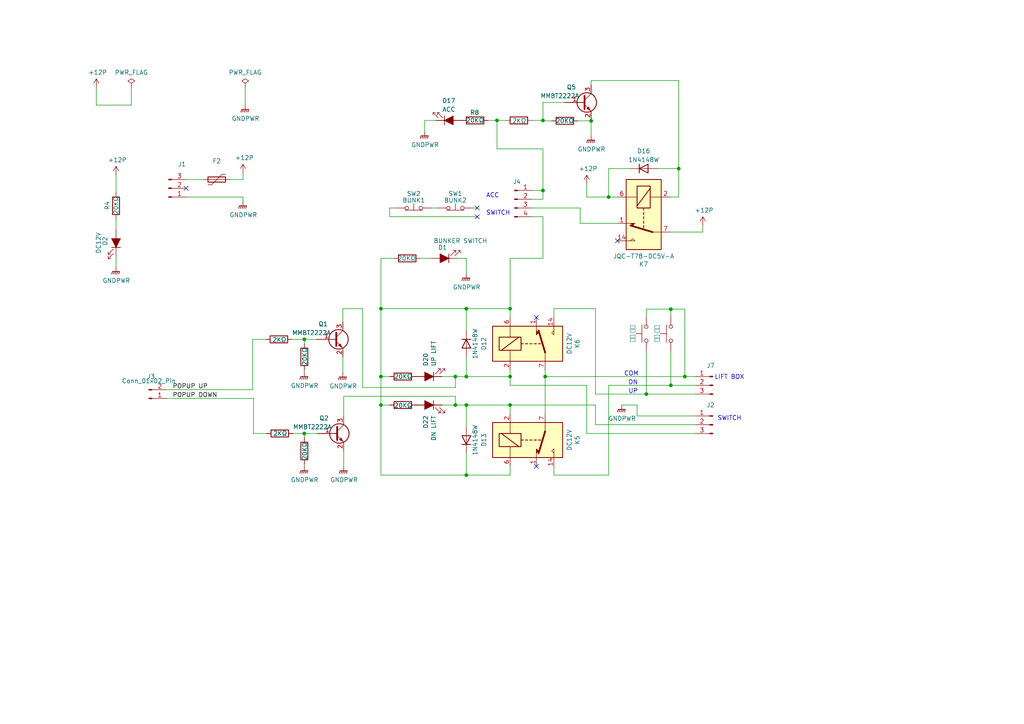
<source format=kicad_sch>
(kicad_sch (version 20231120) (generator "eeschema") (generator_version "8.0")
  (paper "A4")
  (title_block (title "Clean, Waste water Valve Circuit") (date "2021-11-29"))
  (lib_symbols
    (symbol "CamTrol-12Ch-Main-Board-rescue:FUZETEC-Server_Used-CamTrol-12Ch-Main-Board-rescue-CamTrol-12Ch-Main-Board-rescue-CamTrol-12Ch-Main-Board-rescue" (pin_numbers hide) (pin_names (offset 0))
      (property "Reference" "F" (at -2.54 0 90))
      (property "Value" "CamTrol-12Ch-Main-Board-rescue_FUZETEC-Server_Used-CamTrol-12Ch-Main-Board-rescue-CamTrol-12Ch-Main-Board-rescue-CamTrol-12Ch-Main-Board-rescue" (at 2.54 0 90))
      (symbol "FUZETEC-Server_Used-CamTrol-12Ch-Main-Board-rescue-CamTrol-12Ch-Main-Board-rescue-CamTrol-12Ch-Main-Board-rescue_0_1"
        (rectangle (start -0.762 2.54) (end 0.762 -2.54) (stroke (width 0.254)))
        (polyline (pts (xy 0 2.54) (xy 0 -2.54)))
        (polyline (pts (xy -1.524 2.54) (xy -1.524 1.524) (xy 1.524 -1.524) (xy 1.524 -2.54)))
      )
      (symbol "FUZETEC-Server_Used-CamTrol-12Ch-Main-Board-rescue-CamTrol-12Ch-Main-Board-rescue-CamTrol-12Ch-Main-Board-rescue_1_1"
        (pin passive line (at 0 3.81 270) (length 1.27) (name "~") (number "1"))
        (pin passive line (at 0 -3.81 90) (length 1.27) (name "~") (number "2"))
      )
    )
    (symbol "CamTrol-12Ch-Main-Board-rescue:R-Server_Used-CamTrol-12Ch-Main-Board-rescue-CamTrol-12Ch-Main-Board-rescue-CamTrol-12Ch-Main-Board-rescue-CamTrol-12Ch-Main-Board-rescue" (pin_numbers hide) (pin_names (offset 0))
      (property "Reference" "R" (at 2.032 -3.81 90))
      (property "Value" "R-Server_Used-CamTrol-12Ch-Main-Board-rescue-CamTrol-12Ch-Main-Board-rescue-CamTrol-12Ch-Main-Board-rescue-CamTrol-12Ch-Main-Board-rescue" (at 0 -3.81 90))
      (symbol "R-Server_Used-CamTrol-12Ch-Main-Board-rescue-CamTrol-12Ch-Main-Board-rescue-CamTrol-12Ch-Main-Board-rescue-CamTrol-12Ch-Main-Board-rescue_0_1"
        (rectangle (start -1.016 -6.35) (end 1.016 -1.27) (stroke (width 0.254)))
      )
      (symbol "R-Server_Used-CamTrol-12Ch-Main-Board-rescue-CamTrol-12Ch-Main-Board-rescue-CamTrol-12Ch-Main-Board-rescue-CamTrol-12Ch-Main-Board-rescue_1_1"
        (pin passive line (at 0 0 270) (length 1.27) (name "~") (number "1"))
        (pin passive line (at 0 -7.62 90) (length 1.27) (name "~") (number "2"))
      )
    )
    (symbol "CamTrol-12ChOne-Board-cache:Simulation_SPICE_DIODE" (pin_numbers hide) (pin_names (offset 1.016) hide)
      (property "Reference" "D" (at 0 2.54 0))
      (property "Value" "Simulation_SPICE_DIODE" (at 0 -2.54 0))
      (symbol "Simulation_SPICE_DIODE_0_1"
        (polyline (pts (xy 1.27 0) (xy -1.27 0)))
        (polyline (pts (xy 1.27 1.27) (xy 1.27 -1.27)) (stroke (width 0.254)))
        (polyline (pts (xy -1.27 -1.27) (xy -1.27 1.27) (xy 1.27 0) (xy -1.27 -1.27)) (stroke (width 0.254)))
      )
      (symbol "Simulation_SPICE_DIODE_1_1"
        (pin passive line (at -3.81 0 0) (length 2.54) (name "A") (number "1"))
        (pin passive line (at 3.81 0 180) (length 2.54) (name "K") (number "2"))
      )
    )
    (symbol "Connector:Conn_01x02_Pin" (pin_names (offset 1.016) hide)
      (property "Reference" "J" (at 0 2.54 0))
      (property "Value" "Conn_01x02_Pin" (at 0 -5.08 0))
      (symbol "Conn_01x02_Pin_1_1"
        (polyline (pts (xy 1.27 -2.54) (xy 0.8636 -2.54)) (stroke (width 0.1524)))
        (polyline (pts (xy 1.27 0) (xy 0.8636 0)) (stroke (width 0.1524)))
        (rectangle (start 0.8636 -2.413) (end 0 -2.667) (stroke (width 0.1524)) (fill (type outline)))
        (rectangle (start 0.8636 0.127) (end 0 -0.127) (stroke (width 0.1524)) (fill (type outline)))
        (pin passive line (at 5.08 0 180) (length 3.81) (name "Pin_1") (number "1"))
        (pin passive line (at 5.08 -2.54 180) (length 3.81) (name "Pin_2") (number "2"))
      )
    )
    (symbol "Connector:Conn_01x03_Male" (pin_names (offset 1.016) hide)
      (property "Reference" "J" (at 0 5.08 0))
      (property "Value" "Conn_01x03_Male" (at 0 -5.08 0))
      (symbol "Conn_01x03_Male_1_1"
        (polyline (pts (xy 1.27 -2.54) (xy 0.8636 -2.54)) (stroke (width 0.1524)))
        (polyline (pts (xy 1.27 0) (xy 0.8636 0)) (stroke (width 0.1524)))
        (polyline (pts (xy 1.27 2.54) (xy 0.8636 2.54)) (stroke (width 0.1524)))
        (rectangle (start 0.8636 -2.413) (end 0 -2.667) (stroke (width 0.1524)) (fill (type outline)))
        (rectangle (start 0.8636 0.127) (end 0 -0.127) (stroke (width 0.1524)) (fill (type outline)))
        (rectangle (start 0.8636 2.667) (end 0 2.413) (stroke (width 0.1524)) (fill (type outline)))
        (pin passive line (at 5.08 2.54 180) (length 3.81) (name "Pin_1") (number "1"))
        (pin passive line (at 5.08 0 180) (length 3.81) (name "Pin_2") (number "2"))
        (pin passive line (at 5.08 -2.54 180) (length 3.81) (name "Pin_3") (number "3"))
      )
    )
    (symbol "Connector:Conn_01x03_Pin" (pin_names (offset 1.016) hide)
      (property "Reference" "J" (at 0 5.08 0))
      (property "Value" "Conn_01x03_Pin" (at 0 -5.08 0))
      (symbol "Conn_01x03_Pin_1_1"
        (polyline (pts (xy 1.27 -2.54) (xy 0.8636 -2.54)) (stroke (width 0.1524)))
        (polyline (pts (xy 1.27 0) (xy 0.8636 0)) (stroke (width 0.1524)))
        (polyline (pts (xy 1.27 2.54) (xy 0.8636 2.54)) (stroke (width 0.1524)))
        (rectangle (start 0.8636 -2.413) (end 0 -2.667) (stroke (width 0.1524)) (fill (type outline)))
        (rectangle (start 0.8636 0.127) (end 0 -0.127) (stroke (width 0.1524)) (fill (type outline)))
        (rectangle (start 0.8636 2.667) (end 0 2.413) (stroke (width 0.1524)) (fill (type outline)))
        (pin passive line (at 5.08 2.54 180) (length 3.81) (name "Pin_1") (number "1"))
        (pin passive line (at 5.08 0 180) (length 3.81) (name "Pin_2") (number "2"))
        (pin passive line (at 5.08 -2.54 180) (length 3.81) (name "Pin_3") (number "3"))
      )
    )
    (symbol "Connector:Conn_01x04_Pin" (pin_names (offset 1.016) hide)
      (property "Reference" "J" (at 0 5.08 0))
      (property "Value" "Conn_01x04_Pin" (at 0 -7.62 0))
      (symbol "Conn_01x04_Pin_1_1"
        (polyline (pts (xy 1.27 -5.08) (xy 0.8636 -5.08)) (stroke (width 0.1524)))
        (polyline (pts (xy 1.27 -2.54) (xy 0.8636 -2.54)) (stroke (width 0.1524)))
        (polyline (pts (xy 1.27 0) (xy 0.8636 0)) (stroke (width 0.1524)))
        (polyline (pts (xy 1.27 2.54) (xy 0.8636 2.54)) (stroke (width 0.1524)))
        (rectangle (start 0.8636 -4.953) (end 0 -5.207) (stroke (width 0.1524)) (fill (type outline)))
        (rectangle (start 0.8636 -2.413) (end 0 -2.667) (stroke (width 0.1524)) (fill (type outline)))
        (rectangle (start 0.8636 0.127) (end 0 -0.127) (stroke (width 0.1524)) (fill (type outline)))
        (rectangle (start 0.8636 2.667) (end 0 2.413) (stroke (width 0.1524)) (fill (type outline)))
        (pin passive line (at 5.08 2.54 180) (length 3.81) (name "Pin_1") (number "1"))
        (pin passive line (at 5.08 0 180) (length 3.81) (name "Pin_2") (number "2"))
        (pin passive line (at 5.08 -2.54 180) (length 3.81) (name "Pin_3") (number "3"))
        (pin passive line (at 5.08 -5.08 180) (length 3.81) (name "Pin_4") (number "4"))
      )
    )
    (symbol "Server_Used:2SC1815_SMD" (pin_names (offset 0) hide)
      (property "Reference" "Q" (at 6.35 1.905 0))
      (property "Value" "Server_Used_2SC1815_SMD" (at 6.35 0 0))
      (symbol "2SC1815_SMD_0_1"
        (polyline (pts (xy 0.635 0.635) (xy 2.54 2.54)))
        (polyline (pts (xy 0.635 -0.635) (xy 2.54 -2.54) (xy 2.54 -2.54)))
        (polyline (pts (xy 0.635 1.905) (xy 0.635 -1.905) (xy 0.635 -1.905)) (stroke (width 0.508)))
        (polyline (pts (xy 1.27 -1.778) (xy 1.778 -1.27) (xy 2.286 -2.286) (xy 1.27 -1.778) (xy 1.27 -1.778)) (fill (type outline)))
        (circle (center 1.27 0) (radius 2.8194) (stroke (width 0.254)))
      )
      (symbol "2SC1815_SMD_1_1"
        (pin input line (at -5.08 0 0) (length 5.715) (name "B") (number "1"))
        (pin passive line (at 2.54 -5.08 90) (length 2.54) (name "E") (number "2"))
        (pin passive line (at 2.54 5.08 270) (length 2.54) (name "C") (number "3"))
      )
    )
    (symbol "Server_Used:JQC-T78-DC12V-C"
      (property "Reference" "K" (at 11.43 3.81 0))
      (property "Value" "JQC-T78-DC12V-C" (at 11.43 1.27 0))
      (symbol "JQC-T78-DC12V-C_0_0"
        (polyline (pts (xy 2.54 5.08) (xy 2.54 2.54) (xy 3.175 3.175) (xy 2.54 3.81)) (fill (type outline)))
        (polyline (pts (xy 7.62 5.08) (xy 7.62 2.54) (xy 6.985 3.175) (xy 7.62 3.81)))
      )
      (symbol "JQC-T78-DC12V-C_0_1"
        (rectangle (start -10.16 5.08) (end 10.16 -5.08) (stroke (width 0.254)) (fill (type background)))
        (rectangle (start -8.255 1.905) (end -1.905 -1.905) (stroke (width 0.254)))
        (polyline (pts (xy -7.62 -1.905) (xy -2.54 1.905)) (stroke (width 0.254)))
        (polyline (pts (xy -5.08 -5.08) (xy -5.08 -1.905)))
        (polyline (pts (xy -5.08 5.08) (xy -5.08 1.905)))
        (polyline (pts (xy -1.905 0) (xy -1.27 0)) (stroke (width 0.254)))
        (polyline (pts (xy -0.635 0) (xy 0 0)) (stroke (width 0.254)))
        (polyline (pts (xy 0.635 0) (xy 1.27 0)) (stroke (width 0.254)))
        (polyline (pts (xy 1.905 0) (xy 2.54 0)) (stroke (width 0.254)))
        (polyline (pts (xy 3.175 0) (xy 3.81 0)) (stroke (width 0.254)))
        (polyline (pts (xy 5.08 -2.54) (xy 3.175 3.81)) (stroke (width 0.508)))
        (polyline (pts (xy 5.08 -2.54) (xy 5.08 -5.08)))
      )
      (symbol "JQC-T78-DC12V-C_1_1"
        (pin passive line (at 2.54 7.62 270) (length 2.54) (name "~") (number "1"))
        (pin passive line (at 7.62 7.62 270) (length 2.54) (name "~") (number "14"))
        (pin passive line (at -5.08 -7.62 90) (length 2.54) (name "~") (number "2"))
        (pin passive line (at -5.08 7.62 270) (length 2.54) (name "~") (number "6"))
        (pin passive line (at 5.08 -7.62 90) (length 2.54) (name "~") (number "7"))
      )
    )
    (symbol "Server_Used:LED" (pin_numbers hide) (pin_names (offset 1.016) hide)
      (property "Reference" "D" (at 0 2.54 0))
      (property "Value" "LED" (at 0 -2.54 0))
      (symbol "LED_0_1"
        (polyline (pts (xy -1.27 -1.27) (xy -1.27 1.27)) (stroke (width 0.2032)))
        (polyline (pts (xy -1.27 0) (xy 1.27 0)))
        (polyline (pts (xy 1.27 -1.27) (xy 1.27 1.27) (xy -1.27 0) (xy 1.27 -1.27)) (stroke (width 0.2032)) (fill (type outline)))
        (polyline (pts (xy -3.048 -0.762) (xy -4.572 -2.286) (xy -3.81 -2.286) (xy -4.572 -2.286) (xy -4.572 -1.524)))
        (polyline (pts (xy -1.778 -0.762) (xy -3.302 -2.286) (xy -2.54 -2.286) (xy -3.302 -2.286) (xy -3.302 -1.524)))
      )
      (symbol "LED_1_1"
        (pin passive line (at -3.81 0 0) (length 2.54) (name "K") (number "1"))
        (pin passive line (at 3.81 0 180) (length 2.54) (name "A") (number "2"))
      )
    )
    (symbol "Server_Used:R" (pin_numbers hide) (pin_names (offset 0))
      (property "Reference" "R" (at 2.032 -3.81 90))
      (property "Value" "R" (at 0 -3.81 90))
      (symbol "R_0_1"
        (rectangle (start -1.016 -6.35) (end 1.016 -1.27) (stroke (width 0.254)))
      )
      (symbol "R_1_1"
        (pin passive line (at 0 0 270) (length 1.27) (name "~") (number "1"))
        (pin passive line (at 0 -7.62 90) (length 1.27) (name "~") (number "2"))
      )
    )
    (symbol "Switch:SW_Push" (pin_numbers hide) (pin_names (offset 1.016) hide)
      (property "Reference" "SW" (at 1.27 2.54 0))
      (property "Value" "SW_Push" (at 0 -1.524 0))
      (symbol "SW_Push_0_1"
        (circle (center -2.032 0) (radius 0.508))
        (polyline (pts (xy 0 1.27) (xy 0 3.048)))
        (polyline (pts (xy 2.54 1.27) (xy -2.54 1.27)))
        (circle (center 2.032 0) (radius 0.508))
        (pin passive line (at -5.08 0 0) (length 2.54) (name "1") (number "1"))
        (pin passive line (at 5.08 0 180) (length 2.54) (name "2") (number "2"))
      )
    )
    (symbol "Switch:SW_Push_Open" (pin_numbers hide) (pin_names (offset 1.016) hide)
      (property "Reference" "SW" (at 0 2.54 0))
      (property "Value" "SW_Push_Open" (at 0 -1.905 0))
      (symbol "SW_Push_Open_0_1"
        (circle (center -2.032 0) (radius 0.508))
        (polyline (pts (xy -2.54 -0.635) (xy 2.54 -0.635)))
        (polyline (pts (xy 0 -0.635) (xy 0 1.27)))
        (circle (center 2.032 0) (radius 0.508))
        (pin passive line (at -5.08 0 0) (length 2.54) (name "A") (number "1"))
      )
      (symbol "SW_Push_Open_1_1"
        (pin passive line (at 5.08 0 180) (length 2.54) (name "B") (number "2"))
      )
    )
    (symbol "power:+12P" (power) (pin_names (offset 0))
      (property "Value" "+12P" (at 0 3.556 0))
      (symbol "+12P_0_1"
        (polyline (pts (xy -0.762 1.27) (xy 0 2.54)))
        (polyline (pts (xy 0 0) (xy 0 2.54)))
        (polyline (pts (xy 0 2.54) (xy 0.762 1.27)))
      )
      (symbol "+12P_1_1"
        (pin power_in line (at 0 0 90) (length 0) hide (name "+12P") (number "1"))
      )
    )
    (symbol "power:GNDPWR" (power) (pin_names (offset 0))
      (property "Value" "GNDPWR" (at 0 -3.302 0))
      (symbol "GNDPWR_0_1"
        (polyline (pts (xy 0 -1.27) (xy 0 0)))
        (polyline (pts (xy -1.016 -1.27) (xy -1.27 -2.032) (xy -1.27 -2.032)) (stroke (width 0.2032)))
        (polyline (pts (xy -0.508 -1.27) (xy -0.762 -2.032) (xy -0.762 -2.032)) (stroke (width 0.2032)))
        (polyline (pts (xy 0 -1.27) (xy -0.254 -2.032) (xy -0.254 -2.032)) (stroke (width 0.2032)))
        (polyline (pts (xy 0.508 -1.27) (xy 0.254 -2.032) (xy 0.254 -2.032)) (stroke (width 0.2032)))
        (polyline (pts (xy 1.016 -1.27) (xy -1.016 -1.27) (xy -1.016 -1.27)) (stroke (width 0.2032)))
        (polyline (pts (xy 1.016 -1.27) (xy 0.762 -2.032) (xy 0.762 -2.032) (xy 0.762 -2.032)) (stroke (width 0.2032)))
      )
      (symbol "GNDPWR_1_1"
        (pin power_in line (at 0 0 270) (length 0) hide (name "GNDPWR") (number "1"))
      )
    )
    (symbol "power:PWR_FLAG" (power) (pin_numbers hide) (pin_names (offset 0) hide)
      (property "Value" "PWR_FLAG" (at 0 3.81 0))
      (symbol "PWR_FLAG_0_0"
        (pin power_out line (at 0 0 90) (length 0) (name "pwr") (number "1"))
      )
      (symbol "PWR_FLAG_0_1"
        (polyline (pts (xy 0 0) (xy 0 1.27) (xy -1.016 1.905) (xy 0 2.54) (xy 1.016 1.905) (xy 0 1.27)))
      )
    )
  )
  (junction (at 88.265 125.73))
  (junction (at 110.49 89.535))
  (junction (at 176.53 57.15))
  (junction (at 158.115 109.22))
  (junction (at 135.255 117.475))
  (junction (at 194.564 89.662))
  (junction (at 88.265 98.425))
  (junction (at 147.955 89.535))
  (junction (at 196.85 48.895))
  (junction (at 135.255 137.795))
  (junction (at 132.08 117.475))
  (junction (at 157.48 34.925))
  (junction (at 110.49 117.475))
  (junction (at 157.48 55.245))
  (junction (at 144.145 34.925))
  (junction (at 110.49 109.22))
  (junction (at 147.955 117.475))
  (junction (at 187.452 114.3))
  (junction (at 147.955 109.22))
  (junction (at 132.08 109.22))
  (junction (at 135.255 89.535))
  (junction (at 135.255 109.22))
  (junction (at 194.564 111.76))
  (junction (at 198.628 109.22))
  (junction (at 171.45 35.052))
  (no_connect (at 138.43 60.325))
  (no_connect (at 155.575 135.255))
  (no_connect (at 179.07 69.85))
  (no_connect (at 155.575 92.075))
  (no_connect (at 53.975 54.61))
  (no_connect (at 138.43 62.865))
  (wire (pts (xy 84.709 98.425) (xy 88.265 98.425)))
  (wire (pts (xy 194.564 89.662) (xy 198.628 89.662)))
  (wire (pts (xy 110.49 117.475) (xy 110.49 137.795)))
  (wire (pts (xy 172.72 123.19) (xy 172.72 117.475)))
  (wire (pts (xy 157.48 74.93) (xy 157.48 62.865)))
  (wire (pts (xy 135.255 109.22) (xy 147.955 109.22)))
  (wire (pts (xy 99.441 89.535) (xy 105.156 89.535)))
  (wire (pts (xy 132.08 117.475) (xy 135.255 117.475)))
  (wire (pts (xy 172.72 114.3) (xy 187.452 114.3)))
  (wire (pts (xy 135.255 103.505) (xy 135.255 109.22)))
  (wire (pts (xy 154.305 60.325) (xy 168.275 60.325)))
  (wire (pts (xy 135.255 117.475) (xy 135.255 123.825)))
  (wire (pts (xy 144.145 34.925) (xy 144.145 43.18)))
  (wire (pts (xy 157.48 35.052) (xy 160.02 35.052)))
  (wire (pts (xy 114.935 60.325) (xy 113.03 60.325)))
  (wire (pts (xy 160.655 135.255) (xy 160.655 137.795)))
  (wire (pts (xy 135.255 137.795) (xy 135.255 131.445)))
  (wire (pts (xy 187.452 101.854) (xy 187.452 114.3)))
  (wire (pts (xy 176.53 111.76) (xy 194.564 111.76)))
  (wire (pts (xy 27.94 30.48) (xy 38.1 30.48)))
  (wire (pts (xy 147.955 74.93) (xy 157.48 74.93)))
  (wire (pts (xy 71.12 25.4) (xy 71.12 30.48)))
  (wire (pts (xy 70.485 52.07) (xy 66.675 52.07)))
  (wire (pts (xy 176.53 137.795) (xy 176.53 111.76)))
  (wire (pts (xy 147.955 109.22) (xy 147.955 107.315)))
  (wire (pts (xy 132.08 112.395) (xy 105.156 112.395)))
  (wire (pts (xy 147.955 137.795) (xy 135.255 137.795)))
  (wire (pts (xy 160.655 137.795) (xy 176.53 137.795)))
  (wire (pts (xy 113.03 60.325) (xy 113.03 62.865)))
  (wire (pts (xy 194.564 101.854) (xy 194.564 111.76)))
  (wire (pts (xy 99.695 114.935) (xy 99.695 120.65)))
  (wire (pts (xy 203.835 67.31) (xy 194.31 67.31)))
  (wire (pts (xy 144.145 34.925) (xy 146.685 34.925)))
  (wire (pts (xy 137.16 60.325) (xy 138.43 60.325)))
  (wire (pts (xy 99.441 93.345) (xy 99.441 89.535)))
  (wire (pts (xy 33.655 77.47) (xy 33.655 74.295)))
  (wire (pts (xy 147.955 74.93) (xy 147.955 89.535)))
  (wire (pts (xy 88.265 107.95) (xy 88.265 107.315)))
  (wire (pts (xy 184.785 120.65) (xy 201.676 120.65)))
  (wire (pts (xy 147.955 92.075) (xy 147.955 89.535)))
  (wire (pts (xy 198.628 109.22) (xy 201.676 109.22)))
  (wire (pts (xy 194.564 111.76) (xy 201.676 111.76)))
  (wire (pts (xy 196.85 48.895) (xy 196.85 57.15)))
  (wire (pts (xy 196.85 23.368) (xy 196.85 48.895)))
  (wire (pts (xy 132.08 112.395) (xy 132.08 109.22)))
  (wire (pts (xy 168.275 64.77) (xy 179.07 64.77)))
  (wire (pts (xy 135.255 117.475) (xy 147.955 117.475)))
  (wire (pts (xy 110.49 109.22) (xy 110.49 89.535)))
  (wire (pts (xy 157.48 34.925) (xy 157.48 29.718)))
  (wire (pts (xy 171.45 35.052) (xy 167.64 35.052)))
  (wire (pts (xy 88.265 98.425) (xy 91.821 98.425)))
  (wire (pts (xy 123.19 38.1) (xy 123.19 34.925)))
  (wire (pts (xy 157.48 62.865) (xy 154.305 62.865)))
  (wire (pts (xy 48.26 115.57) (xy 73.533 115.57)))
  (wire (pts (xy 154.305 34.925) (xy 157.48 34.925)))
  (wire (pts (xy 84.963 125.73) (xy 88.265 125.73)))
  (wire (pts (xy 172.72 117.475) (xy 147.955 117.475)))
  (wire (pts (xy 88.265 98.425) (xy 88.265 99.695)))
  (wire (pts (xy 157.48 43.18) (xy 157.48 55.245)))
  (wire (pts (xy 201.676 125.73) (xy 170.18 125.73)))
  (wire (pts (xy 154.305 57.785) (xy 157.48 57.785)))
  (wire (pts (xy 201.676 123.19) (xy 172.72 123.19)))
  (wire (pts (xy 128.27 109.22) (xy 132.08 109.22)))
  (wire (pts (xy 70.485 50.165) (xy 70.485 52.07)))
  (wire (pts (xy 48.26 113.03) (xy 73.279 113.03)))
  (wire (pts (xy 171.45 24.638) (xy 171.45 23.368)))
  (wire (pts (xy 194.564 89.662) (xy 194.564 91.694)))
  (wire (pts (xy 113.03 62.865) (xy 138.43 62.865)))
  (wire (pts (xy 171.45 23.368) (xy 196.85 23.368)))
  (wire (pts (xy 135.255 79.375) (xy 135.255 74.93)))
  (wire (pts (xy 158.115 109.22) (xy 198.628 109.22)))
  (wire (pts (xy 147.955 111.76) (xy 147.955 109.22)))
  (wire (pts (xy 176.53 48.895) (xy 176.53 57.15)))
  (wire (pts (xy 147.955 135.255) (xy 147.955 137.795)))
  (wire (pts (xy 88.265 125.73) (xy 88.265 127)))
  (wire (pts (xy 157.48 29.718) (xy 163.83 29.718)))
  (wire (pts (xy 128.27 117.475) (xy 132.08 117.475)))
  (wire (pts (xy 172.72 89.535) (xy 172.72 114.3)))
  (wire (pts (xy 170.18 111.76) (xy 147.955 111.76)))
  (wire (pts (xy 203.835 65.405) (xy 203.835 67.31)))
  (wire (pts (xy 73.533 125.73) (xy 77.343 125.73)))
  (wire (pts (xy 171.45 35.052) (xy 171.45 39.37)))
  (wire (pts (xy 105.156 112.395) (xy 105.156 89.535)))
  (wire (pts (xy 110.49 137.795) (xy 135.255 137.795)))
  (wire (pts (xy 157.48 55.245) (xy 157.48 57.785)))
  (wire (pts (xy 73.279 98.425) (xy 77.089 98.425)))
  (wire (pts (xy 110.49 74.93) (xy 110.49 89.535)))
  (wire (pts (xy 59.055 52.07) (xy 53.975 52.07)))
  (wire (pts (xy 132.08 114.935) (xy 132.08 117.475)))
  (wire (pts (xy 180.34 117.475) (xy 184.785 117.475)))
  (wire (pts (xy 125.095 60.325) (xy 127 60.325)))
  (wire (pts (xy 73.533 115.57) (xy 73.533 125.73)))
  (wire (pts (xy 33.655 63.5) (xy 33.655 66.675)))
  (wire (pts (xy 171.45 34.798) (xy 171.45 35.052)))
  (wire (pts (xy 168.275 60.325) (xy 168.275 64.77)))
  (wire (pts (xy 135.255 74.93) (xy 132.715 74.93)))
  (wire (pts (xy 170.18 53.34) (xy 170.18 57.15)))
  (wire (pts (xy 141.605 34.925) (xy 144.145 34.925)))
  (wire (pts (xy 99.695 130.81) (xy 99.695 135.255)))
  (wire (pts (xy 198.628 89.662) (xy 198.628 109.22)))
  (wire (pts (xy 187.452 91.694) (xy 187.452 89.662)))
  (wire (pts (xy 88.265 125.73) (xy 92.075 125.73)))
  (wire (pts (xy 158.115 107.315) (xy 158.115 109.22)))
  (wire (pts (xy 176.53 57.15) (xy 179.07 57.15)))
  (wire (pts (xy 170.18 57.15) (xy 176.53 57.15)))
  (wire (pts (xy 27.94 25.4) (xy 27.94 30.48)))
  (wire (pts (xy 187.452 89.662) (xy 194.564 89.662)))
  (wire (pts (xy 88.265 135.255) (xy 88.265 134.62)))
  (wire (pts (xy 33.655 50.8) (xy 33.655 55.88)))
  (wire (pts (xy 194.31 57.15) (xy 196.85 57.15)))
  (wire (pts (xy 190.5 48.895) (xy 196.85 48.895)))
  (wire (pts (xy 160.655 89.535) (xy 172.72 89.535)))
  (wire (pts (xy 187.452 114.3) (xy 201.676 114.3)))
  (wire (pts (xy 121.92 74.93) (xy 125.095 74.93)))
  (wire (pts (xy 114.3 74.93) (xy 110.49 74.93)))
  (wire (pts (xy 158.115 109.22) (xy 158.115 120.015)))
  (wire (pts (xy 73.279 113.03) (xy 73.279 98.425)))
  (wire (pts (xy 99.695 114.935) (xy 132.08 114.935)))
  (wire (pts (xy 110.49 89.535) (xy 135.255 89.535)))
  (wire (pts (xy 99.441 103.505) (xy 99.441 108.077)))
  (wire (pts (xy 123.19 34.925) (xy 126.365 34.925)))
  (wire (pts (xy 182.88 48.895) (xy 176.53 48.895)))
  (wire (pts (xy 70.485 57.15) (xy 70.485 58.42)))
  (wire (pts (xy 147.955 117.475) (xy 147.955 120.015)))
  (wire (pts (xy 157.48 35.052) (xy 157.48 34.925)))
  (wire (pts (xy 38.1 30.48) (xy 38.1 25.4)))
  (wire (pts (xy 113.03 109.22) (xy 110.49 109.22)))
  (wire (pts (xy 135.255 89.535) (xy 135.255 95.885)))
  (wire (pts (xy 160.655 92.075) (xy 160.655 89.535)))
  (wire (pts (xy 53.975 57.15) (xy 70.485 57.15)))
  (wire (pts (xy 132.08 109.22) (xy 135.255 109.22)))
  (wire (pts (xy 135.255 89.535) (xy 147.955 89.535)))
  (wire (pts (xy 144.145 43.18) (xy 157.48 43.18)))
  (wire (pts (xy 110.49 117.475) (xy 113.03 117.475)))
  (wire (pts (xy 170.18 125.73) (xy 170.18 111.76)))
  (wire (pts (xy 184.785 117.475) (xy 184.785 120.65)))
  (wire (pts (xy 154.305 55.245) (xy 157.48 55.245)))
  (wire (pts (xy 110.49 109.22) (xy 110.49 117.475)))
  (text "UP" (at 182.245 114.3 0) (effects (font (size 1.27 1.27)) (justify left bottom)))
  (text "SWITCH" (at 140.97 62.611 0) (effects (font (size 1.27 1.27)) (justify left bottom)))
  (text "COM" (at 180.975 109.22 0) (effects (font (size 1.27 1.27)) (justify left bottom)))
  (text "LIFT BOX" (at 211.582 109.474 0) (effects (font (size 1.27 1.27))))
  (text "SWITCH" (at 211.582 121.412 0) (effects (font (size 1.27 1.27))))
  (text "ACC" (at 140.97 57.531 0) (effects (font (size 1.27 1.27)) (justify left bottom)))
  (text "DN" (at 182.245 111.76 0) (effects (font (size 1.27 1.27)) (justify left bottom)))
  (label "POPUP UP" (at 50.038 113.03 0))
  (label "POPUP DOWN" (at 50.038 115.57 0))
  (symbol (lib_id "Server_Used:2SC1815_SMD") (at 96.901 98.425 0) (unit 1)
    (property "Reference" "Q1" (at 92.329 93.98 0) (effects (justify left)))
    (property "Value" "MMBT2222A" (at 84.709 96.52 0) (effects (justify left)))
    (property "Footprint" "Server.pretty:SOT-23" (effects (hide yes)))
  )
  (symbol (lib_id "Server_Used:LED") (at 33.655 70.485 270) (mirror x) (unit 1)
    (property "Reference" "D2" (at 30.48 68.58 0) (effects (justify right)))
    (property "Value" "DC12V" (at 28.575 67.31 0) (effects (justify right)))
    (property "Footprint" "Server.pretty:LED_0805" (effects (hide yes)))
    (property "Datasheet" "http://www.devicemart.co.kr/goods/view?no=30195" (effects (hide yes)))
  )
  (symbol (lib_id "Server_Used:JQC-T78-DC12V-C") (at 153.035 99.695 0) (unit 1)
    (property "Reference" "K6" (at 167.4368 99.695 90))
    (property "Value" "DC12V" (at 165.1254 99.695 90))
    (property "Footprint" "Server.pretty:JQC-T78-DC12V-C" (effects (hide yes)))
    (property "Datasheet" "https://www.openidea.co.kr/goods/goods_view.php?goodsNo=1000010196" (effects (hide yes)))
    (property "Price" "430" (effects (hide yes)))
  )
  (symbol (lib_id "power:GNDPWR") (at 99.695 135.255 0) (unit 1)
    (property "Reference" "#PWR05" (effects (hide yes)))
    (property "Value" "GNDPWR" (at 99.7966 139.1666 0))
  )
  (symbol (lib_id "Server_Used:2SC1815_SMD") (at 97.155 125.73 0) (unit 1)
    (property "Reference" "Q2" (at 92.583 121.285 0) (effects (justify left)))
    (property "Value" "MMBT2222A" (at 84.963 123.825 0) (effects (justify left)))
    (property "Footprint" "Server.pretty:SOT-23" (effects (hide yes)))
  )
  (symbol (lib_id "power:GNDPWR") (at 135.255 79.375 0) (unit 1)
    (property "Reference" "#PWR01" (effects (hide yes)))
    (property "Value" "GNDPWR" (at 135.3566 83.2866 0))
  )
  (symbol (lib_id "power:GNDPWR") (at 123.19 38.1 0) (unit 1)
    (property "Reference" "#PWR08" (effects (hide yes)))
    (property "Value" "GNDPWR" (at 123.2916 42.0116 0))
  )
  (symbol (lib_id "Server_Used:R") (at 113.03 117.475 90) (mirror x) (unit 1)
    (property "Reference" "R12" (effects (hide yes)))
    (property "Value" "20KΩ" (at 119.634 117.602 90) (effects (justify left)))
    (property "Footprint" "Server.pretty:R_0805_HandSoldering" (effects (hide yes)))
    (property "Datasheet" "https://www.partsworld.co.kr/goods/goods_view.php?goodsNo=1000000637" (effects (hide yes)))
  )
  (symbol (lib_id "power:GNDPWR") (at 71.12 30.48 0) (unit 1)
    (property "Reference" "#PWR017" (effects (hide yes)))
    (property "Value" "GNDPWR" (at 71.2216 34.3916 0))
  )
  (symbol (lib_id "Server_Used:LED") (at 130.175 34.925 0) (mirror x) (unit 1)
    (property "Reference" "D17" (at 130.175 29.21 0))
    (property "Value" "ACC" (at 130.175 31.75 0))
    (property "Footprint" "Server.pretty:LED_0805" (effects (hide yes)))
    (property "Datasheet" "http://www.devicemart.co.kr/goods/view?no=30195" (effects (hide yes)))
  )
  (symbol (lib_id "Switch:SW_Push_Open") (at 132.08 60.325 0) (unit 1) (exclude_from_sim yes) (in_bom no) (on_board no)
    (property "Reference" "SW1" (at 132.08 56.1721 0))
    (property "Value" "BUNK2" (at 132.08 58.0931 0))
  )
  (symbol (lib_id "CamTrol-12ChOne-Board-cache:Simulation_SPICE_DIODE") (at 135.255 99.695 90) (unit 1)
    (property "Reference" "D12" (at 140.335 99.695 0))
    (property "Value" "1N4148W" (at 137.795 99.695 0))
    (property "Footprint" "Server.pretty:D_SOD-123" (effects (hide yes)))
    (property "Datasheet" "https://www.partsworld.co.kr/goods/goods_view.php?goodsNo=1000012566" (effects (hide yes)))
    (property "Package" "DO-214AC(SMA)" (effects (hide yes)))
    (property "Sim.Device" "SPICE" (effects (hide yes)))
    (property "Sim.Params" "type=\"D\" model=\"M7\" lib=\"\"" (effects (hide yes)))
    (property "Sim.Pins" "1=1 2=2" (effects (hide yes)))
  )
  (symbol (lib_id "Server_Used:R") (at 33.655 55.88 0) (mirror y) (unit 1)
    (property "Reference" "R4" (at 31.115 60.96 90) (effects (justify left)))
    (property "Value" "20KΩ" (at 33.655 62.23 90) (effects (justify left)))
    (property "Footprint" "Server.pretty:R_0805_HandSoldering" (effects (hide yes)))
    (property "Datasheet" "https://www.partsworld.co.kr/goods/goods_view.php?goodsNo=1000000637" (effects (hide yes)))
  )
  (symbol (lib_id "power:GNDPWR") (at 180.34 117.475 0) (unit 1)
    (property "Reference" "#PWR014" (effects (hide yes)))
    (property "Value" "GNDPWR" (at 180.4416 121.3866 0))
  )
  (symbol (lib_id "Switch:SW_Push") (at 187.452 96.774 90) (unit 1)
    (property "Reference" "SW3" (effects (hide yes)))
    (property "Value" "강제 상승" (at 183.4421 96.774 0))
    (property "Footprint" "Server:SMD-SW_6x6x5mm" (effects (hide yes)))
    (property "Datasheet" "https://ko.aliexpress.com/item/1005001629175919.html?spm=a2g0o.productlist.main.11.5e724c28lXbOYL&algo_pvid=f0595e6e-2810-4e0b-8806-369804a5228c&algo_exp_id=f0595e6e-2810-4e0b-8806-369804a5228c-5&pdp_npi=4%40dis%21KRW%212761%211374.0%21%21%212.05%21%21%402101c59517020762702623391e2bb4%2112000026886281234%21sea%21KR%212278664531%21AB&curPageLogUid=r6hnWocM2BSy" (effects (hide yes)))
  )
  (symbol (lib_id "power:GNDPWR") (at 88.265 135.255 0) (unit 1)
    (property "Reference" "#PWR011" (effects (hide yes)))
    (property "Value" "GNDPWR" (at 88.3666 139.1666 0))
  )
  (symbol (lib_id "Server_Used:LED") (at 128.905 74.93 180) (unit 1)
    (property "Reference" "D1" (at 127 71.755 0) (effects (justify right)))
    (property "Value" "BUNKER SWITCH" (at 125.73 69.85 0) (effects (justify right)))
    (property "Footprint" "Server.pretty:LED_0805" (effects (hide yes)))
    (property "Datasheet" "http://www.devicemart.co.kr/goods/view?no=30195" (effects (hide yes)))
  )
  (symbol (lib_id "Server_Used:R") (at 114.3 74.93 90) (unit 1)
    (property "Reference" "R1" (effects (hide yes)))
    (property "Value" "20KΩ" (at 120.65 74.93 90) (effects (justify left)))
    (property "Footprint" "Server.pretty:R_0805_HandSoldering" (effects (hide yes)))
    (property "Datasheet" "https://www.partsworld.co.kr/goods/goods_view.php?goodsNo=1000000637" (effects (hide yes)))
  )
  (symbol (lib_id "CamTrol-12ChOne-Board-cache:Simulation_SPICE_DIODE") (at 186.69 48.895 180) (unit 1)
    (property "Reference" "D16" (at 186.69 43.815 0))
    (property "Value" "1N4148W" (at 186.69 46.355 0))
    (property "Footprint" "Server.pretty:D_SOD-123" (effects (hide yes)))
    (property "Datasheet" "https://www.partsworld.co.kr/goods/goods_view.php?goodsNo=1000012566" (effects (hide yes)))
    (property "Package" "DO-214AC(SMA)" (effects (hide yes)))
    (property "Sim.Device" "SPICE" (effects (hide yes)))
    (property "Sim.Params" "type=\"D\" model=\"M7\" lib=\"\"" (effects (hide yes)))
    (property "Sim.Pins" "1=1 2=2" (effects (hide yes)))
  )
  (symbol (lib_id "power:+12P") (at 33.655 50.8 0) (unit 1)
    (property "Reference" "#PWR07" (effects (hide yes)))
    (property "Value" "+12P" (at 34.036 46.4058 0))
  )
  (symbol (lib_id "power:+12P") (at 27.94 25.4 0) (unit 1)
    (property "Reference" "#PWR016" (effects (hide yes)))
    (property "Value" "+12P" (at 28.321 21.0058 0))
  )
  (symbol (lib_id "Server_Used:JQC-T78-DC12V-C") (at 186.69 62.23 90) (mirror x) (unit 1)
    (property "Reference" "K7" (at 186.69 76.6318 90))
    (property "Value" "JQC-T78-DC5V-A" (at 186.69 74.3204 90))
    (property "Footprint" "Server.pretty:JQC-T78-DC12V-C" (effects (hide yes)))
    (property "Datasheet" "https://www.openidea.co.kr/goods/goods_view.php?goodsNo=1000010196" (effects (hide yes)))
    (property "Price" "430" (effects (hide yes)))
  )
  (symbol (lib_id "power:GNDPWR") (at 171.45 39.37 0) (unit 1)
    (property "Reference" "#PWR010" (effects (hide yes)))
    (property "Value" "GNDPWR" (at 171.5516 43.2816 0))
  )
  (symbol (lib_id "power:+12P") (at 170.18 53.34 0) (unit 1)
    (property "Reference" "#PWR012" (effects (hide yes)))
    (property "Value" "+12P" (at 170.561 48.9458 0))
  )
  (symbol (lib_id "Connector:Conn_01x03_Male") (at 206.756 111.76 0) (mirror y) (unit 1)
    (property "Reference" "J7" (at 206.121 106.045 0))
    (property "Value" "Conn_01x03_Male" (effects (hide yes)))
    (property "Footprint" "Server.pretty:PhoenixContact_MCV_1,5_3-G-3.81_1x03_P3.81mm_Vertical" (effects (hide yes)))
    (property "Manufacture" "DEVICEMART" (effects (hide yes)))
    (property "Price" "60" (effects (hide yes)))
  )
  (symbol (lib_id "power:+12P") (at 203.835 65.405 0) (unit 1)
    (property "Reference" "#PWR023" (effects (hide yes)))
    (property "Value" "+12P" (at 204.216 61.0108 0))
  )
  (symbol (lib_id "power:GNDPWR") (at 88.265 107.95 0) (unit 1)
    (property "Reference" "#PWR09" (effects (hide yes)))
    (property "Value" "GNDPWR" (at 88.3666 111.8616 0))
  )
  (symbol (lib_id "power:PWR_FLAG") (at 71.12 25.4 0) (unit 1)
    (property "Reference" "#FLG02" (effects (hide yes)))
    (property "Value" "PWR_FLAG" (at 71.12 21.0058 0))
  )
  (symbol (lib_id "CamTrol-12Ch-Main-Board-rescue:FUZETEC-Server_Used-CamTrol-12Ch-Main-Board-rescue-CamTrol-12Ch-Main-Board-rescue-CamTrol-12Ch-Main-Board-rescue") (at 62.865 52.07 90) (unit 1)
    (property "Reference" "F2" (at 62.865 46.7065 90))
    (property "Value" "FRG500-16F" (effects (hide yes)))
    (property "Footprint" "Server.pretty:FUSE-PIN-Holder-Mini" (effects (hide yes)))
    (property "Datasheet" "http://www.intopion.com/goods/view?no=3828767" (effects (hide yes)))
    (property "Price" "770" (effects (hide yes)))
    (property "Manufacture" "인투피온" (effects (hide yes)))
  )
  (symbol (lib_id "CamTrol-12Ch-Main-Board-rescue:R-Server_Used-CamTrol-12Ch-Main-Board-rescue-CamTrol-12Ch-Main-Board-rescue-CamTrol-12Ch-Main-Board-rescue-CamTrol-12Ch-Main-Board-rescue") (at 88.265 107.315 180) (unit 1)
    (property "Reference" "R7" (effects (hide yes)))
    (property "Value" "20KΩ" (at 88.392 103.378 90))
    (property "Footprint" "Server.pretty:R_0805_HandSoldering" (effects (hide yes)))
    (property "Datasheet" "https://www.partsworld.co.kr/goods/goods_view.php?goodsNo=1000000614" (effects (hide yes)))
    (property "Price" "20" (effects (hide yes)))
    (property "Manufacture" "부품세상" (effects (hide yes)))
    (property "Package" "2012(0805)" (effects (hide yes)))
  )
  (symbol (lib_id "Server_Used:LED") (at 124.46 117.475 0) (mirror y) (unit 1)
    (property "Reference" "D22" (at 123.4694 120.4468 90) (effects (justify right)))
    (property "Value" "DN LIFT" (at 125.7808 120.4468 90) (effects (justify right)))
    (property "Footprint" "Server.pretty:LED_0805" (effects (hide yes)))
    (property "Datasheet" "http://www.devicemart.co.kr/goods/view?no=30195" (effects (hide yes)))
  )
  (symbol (lib_id "Connector:Conn_01x03_Pin") (at 48.895 54.61 0) (mirror x) (unit 1)
    (property "Reference" "J1" (at 53.975 47.625 0) (effects (justify right)))
    (property "Value" "Conn_01x03_Pin" (effects (hide yes)))
    (property "Footprint" "Server.pretty:PhoenixContact_MSTBVA_2,5_3-G-5,08_1x03_P5.08mm_Vertical_NEW" (effects (hide yes)))
    (property "Manufacture" "DEVICEMART" (effects (hide yes)))
    (property "Price" "160" (effects (hide yes)))
  )
  (symbol (lib_id "Server_Used:LED") (at 124.46 109.22 180) (unit 1)
    (property "Reference" "D20" (at 123.4694 106.2482 90) (effects (justify right)))
    (property "Value" "UP LIFT" (at 125.7808 106.2482 90) (effects (justify right)))
    (property "Footprint" "Server.pretty:LED_0805" (effects (hide yes)))
    (property "Datasheet" "http://www.devicemart.co.kr/goods/view?no=30195" (effects (hide yes)))
  )
  (symbol (lib_id "CamTrol-12Ch-Main-Board-rescue:R-Server_Used-CamTrol-12Ch-Main-Board-rescue-CamTrol-12Ch-Main-Board-rescue-CamTrol-12Ch-Main-Board-rescue-CamTrol-12Ch-Main-Board-rescue") (at 154.305 34.925 270) (mirror x) (unit 1)
    (property "Reference" "R14" (effects (hide yes)))
    (property "Value" "2KΩ" (at 150.622 35.052 90))
    (property "Footprint" "Server.pretty:R_0805_HandSoldering" (effects (hide yes)))
    (property "Datasheet" "https://www.partsworld.co.kr/goods/goods_view.php?goodsNo=1000000614" (effects (hide yes)))
    (property "Price" "20" (effects (hide yes)))
    (property "Manufacture" "부품세상" (effects (hide yes)))
    (property "Package" "2012(0805)" (effects (hide yes)))
  )
  (symbol (lib_id "CamTrol-12ChOne-Board-cache:Simulation_SPICE_DIODE") (at 135.255 127.635 90) (mirror x) (unit 1)
    (property "Reference" "D13" (at 140.335 127.635 0))
    (property "Value" "1N4148W" (at 137.795 127.635 0))
    (property "Footprint" "Server.pretty:D_SOD-123" (effects (hide yes)))
    (property "Datasheet" "https://www.partsworld.co.kr/goods/goods_view.php?goodsNo=1000012566" (effects (hide yes)))
    (property "Package" "DO-214AC(SMA)" (effects (hide yes)))
    (property "Sim.Device" "SPICE" (effects (hide yes)))
    (property "Sim.Params" "type=\"D\" model=\"M7\" lib=\"\"" (effects (hide yes)))
    (property "Sim.Pins" "1=1 2=2" (effects (hide yes)))
  )
  (symbol (lib_id "power:+12P") (at 70.485 50.165 0) (unit 1)
    (property "Reference" "#PWR022" (effects (hide yes)))
    (property "Value" "+12P" (at 70.866 45.7708 0))
  )
  (symbol (lib_id "CamTrol-12Ch-Main-Board-rescue:R-Server_Used-CamTrol-12Ch-Main-Board-rescue-CamTrol-12Ch-Main-Board-rescue-CamTrol-12Ch-Main-Board-rescue-CamTrol-12Ch-Main-Board-rescue") (at 88.265 134.62 180) (unit 1)
    (property "Reference" "R10" (effects (hide yes)))
    (property "Value" "20KΩ" (at 88.392 130.81 90))
    (property "Footprint" "Server.pretty:R_0805_HandSoldering" (effects (hide yes)))
    (property "Datasheet" "https://www.partsworld.co.kr/goods/goods_view.php?goodsNo=1000000614" (effects (hide yes)))
    (property "Price" "20" (effects (hide yes)))
    (property "Manufacture" "부품세상" (effects (hide yes)))
    (property "Package" "2012(0805)" (effects (hide yes)))
  )
  (symbol (lib_id "Switch:SW_Push") (at 194.564 96.774 90) (unit 1)
    (property "Reference" "SW4" (effects (hide yes)))
    (property "Value" "강제 하강" (at 190.5541 96.774 0))
    (property "Footprint" "Server:SMD-SW_6x6x5mm" (effects (hide yes)))
    (property "Datasheet" "https://ko.aliexpress.com/item/1005001629175919.html?spm=a2g0o.productlist.main.11.5e724c28lXbOYL&algo_pvid=f0595e6e-2810-4e0b-8806-369804a5228c&algo_exp_id=f0595e6e-2810-4e0b-8806-369804a5228c-5&pdp_npi=4%40dis%21KRW%212761%211374.0%21%21%212.05%21%21%402101c59517020762702623391e2bb4%2112000026886281234%21sea%21KR%212278664531%21AB&curPageLogUid=r6hnWocM2BSy" (effects (hide yes)))
  )
  (symbol (lib_id "Server_Used:R") (at 113.03 109.22 90) (unit 1)
    (property "Reference" "R9" (effects (hide yes)))
    (property "Value" "20KΩ" (at 119.634 109.22 90) (effects (justify left)))
    (property "Footprint" "Server.pretty:R_0805_HandSoldering" (effects (hide yes)))
    (property "Datasheet" "https://www.partsworld.co.kr/goods/goods_view.php?goodsNo=1000000637" (effects (hide yes)))
  )
  (symbol (lib_id "CamTrol-12Ch-Main-Board-rescue:R-Server_Used-CamTrol-12Ch-Main-Board-rescue-CamTrol-12Ch-Main-Board-rescue-CamTrol-12Ch-Main-Board-rescue-CamTrol-12Ch-Main-Board-rescue") (at 160.02 35.052 90) (mirror x) (unit 1)
    (property "Reference" "R13" (effects (hide yes)))
    (property "Value" "20KΩ" (at 163.83 35.052 90))
    (property "Footprint" "Server.pretty:R_0805_HandSoldering" (effects (hide yes)))
    (property "Datasheet" "https://www.partsworld.co.kr/goods/goods_view.php?goodsNo=1000000637" (effects (hide yes)))
    (property "Price" "20" (effects (hide yes)))
    (property "Manufacture" "부품세상" (effects (hide yes)))
    (property "Package" "2012(0805)" (effects (hide yes)))
  )
  (symbol (lib_id "CamTrol-12Ch-Main-Board-rescue:R-Server_Used-CamTrol-12Ch-Main-Board-rescue-CamTrol-12Ch-Main-Board-rescue-CamTrol-12Ch-Main-Board-rescue-CamTrol-12Ch-Main-Board-rescue") (at 84.963 125.73 270) (mirror x) (unit 1)
    (property "Reference" "R3" (effects (hide yes)))
    (property "Value" "2KΩ" (at 81.28 125.73 90))
    (property "Footprint" "Server.pretty:R_0805_HandSoldering" (effects (hide yes)))
    (property "Datasheet" "https://www.partsworld.co.kr/goods/goods_view.php?goodsNo=1000000614" (effects (hide yes)))
    (property "Price" "20" (effects (hide yes)))
    (property "Manufacture" "부품세상" (effects (hide yes)))
    (property "Package" "2012(0805)" (effects (hide yes)))
  )
  (symbol (lib_id "Server_Used:JQC-T78-DC12V-C") (at 153.035 127.635 0) (mirror x) (unit 1)
    (property "Reference" "K5" (at 167.4368 127.635 90))
    (property "Value" "DC12V" (at 165.1254 127.635 90))
    (property "Footprint" "Server.pretty:JQC-T78-DC12V-C" (effects (hide yes)))
    (property "Datasheet" "https://www.openidea.co.kr/goods/goods_view.php?goodsNo=1000010196" (effects (hide yes)))
    (property "Price" "430" (effects (hide yes)))
  )
  (symbol (lib_id "Switch:SW_Push_Open") (at 120.015 60.325 0) (unit 1) (exclude_from_sim yes) (in_bom no) (on_board no)
    (property "Reference" "SW2" (at 120.015 56.1721 0))
    (property "Value" "BUNK1" (at 120.015 58.0931 0))
  )
  (symbol (lib_id "power:GNDPWR") (at 99.441 108.077 0) (unit 1)
    (property "Reference" "#PWR04" (effects (hide yes)))
    (property "Value" "GNDPWR" (at 99.5426 111.9886 0))
  )
  (symbol (lib_id "power:PWR_FLAG") (at 38.1 25.4 0) (unit 1)
    (property "Reference" "#FLG01" (effects (hide yes)))
    (property "Value" "PWR_FLAG" (at 38.1 21.0058 0))
  )
  (symbol (lib_id "power:GNDPWR") (at 33.655 77.47 0) (unit 1)
    (property "Reference" "#PWR06" (effects (hide yes)))
    (property "Value" "GNDPWR" (at 33.7566 81.3816 0))
  )
  (symbol (lib_id "CamTrol-12Ch-Main-Board-rescue:R-Server_Used-CamTrol-12Ch-Main-Board-rescue-CamTrol-12Ch-Main-Board-rescue-CamTrol-12Ch-Main-Board-rescue-CamTrol-12Ch-Main-Board-rescue") (at 84.709 98.425 270) (mirror x) (unit 1)
    (property "Reference" "R2" (effects (hide yes)))
    (property "Value" "2KΩ" (at 81.026 98.552 90))
    (property "Footprint" "Server.pretty:R_0805_HandSoldering" (effects (hide yes)))
    (property "Datasheet" "https://www.partsworld.co.kr/goods/goods_view.php?goodsNo=1000000614" (effects (hide yes)))
    (property "Price" "20" (effects (hide yes)))
    (property "Manufacture" "부품세상" (effects (hide yes)))
    (property "Package" "2012(0805)" (effects (hide yes)))
  )
  (symbol (lib_id "Server_Used:R") (at 141.605 34.925 270) (mirror x) (unit 1)
    (property "Reference" "R8" (at 137.668 32.639 90))
    (property "Value" "20KΩ" (at 137.795 34.925 90))
    (property "Footprint" "Server.pretty:R_0805_HandSoldering" (effects (hide yes)))
    (property "Datasheet" "https://www.partsworld.co.kr/goods/goods_view.php?goodsNo=1000000637" (effects (hide yes)))
  )
  (symbol (lib_id "Connector:Conn_01x02_Pin") (at 43.18 115.57 0) (mirror x) (unit 1)
    (property "Reference" "J3" (at 43.815 109.22 0))
    (property "Value" "Conn_01x02_Pin" (at 43.18 110.49 0))
    (property "Footprint" "Server.pretty:PhoenixContact_MCV_1,5_2-G-3.81_1x02_P3.81mm_Vertical" (effects (hide yes)))
    (property "Manufacture" "DEVICEMART" (effects (hide yes)))
    (property "Price" "60" (effects (hide yes)))
  )
  (symbol (lib_id "Connector:Conn_01x04_Pin") (at 149.225 57.785 0) (unit 1)
    (property "Reference" "J4" (at 151.13 52.705 0) (effects (justify right)))
    (property "Value" "Conn_01x04_Pin" (effects (hide yes)))
    (property "Footprint" "Server.pretty:PhoenixContact_MCV_1,5_4-G-3.81_1x04_P3.81mm_Vertical" (effects (hide yes)))
    (property "Manufacture" "DEVICEMART" (effects (hide yes)))
    (property "Price" "160" (effects (hide yes)))
  )
  (symbol (lib_id "Server_Used:2SC1815_SMD") (at 168.91 29.718 0) (unit 1)
    (property "Reference" "Q5" (at 164.338 25.273 0) (effects (justify left)))
    (property "Value" "MMBT2222A" (at 156.718 27.813 0) (effects (justify left)))
    (property "Footprint" "Server.pretty:SOT-23" (effects (hide yes)))
  )
  (symbol (lib_id "power:GNDPWR") (at 70.485 58.42 0) (unit 1)
    (property "Reference" "#PWR013" (effects (hide yes)))
    (property "Value" "GNDPWR" (at 70.5866 62.3316 0))
  )
  (symbol (lib_id "Connector:Conn_01x03_Male") (at 206.756 123.19 0) (mirror y) (unit 1)
    (property "Reference" "J2" (at 206.121 117.475 0))
    (property "Value" "Conn_01x03_Male" (effects (hide yes)))
    (property "Footprint" "Server.pretty:PhoenixContact_MCV_1,5_3-G-3.81_1x03_P3.81mm_Vertical" (effects (hide yes)))
    (property "Manufacture" "DEVICEMART" (effects (hide yes)))
    (property "Price" "60" (effects (hide yes)))
  )
)
</source>
